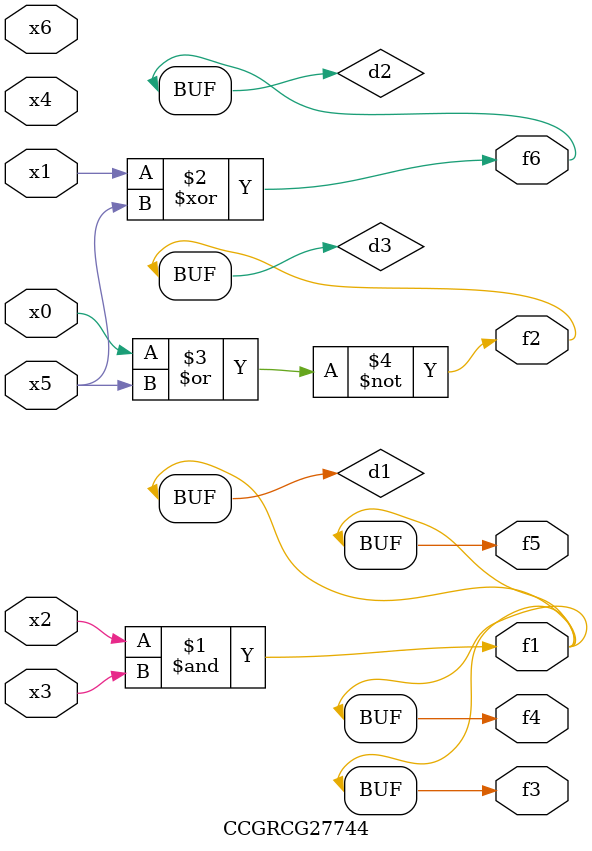
<source format=v>
module CCGRCG27744(
	input x0, x1, x2, x3, x4, x5, x6,
	output f1, f2, f3, f4, f5, f6
);

	wire d1, d2, d3;

	and (d1, x2, x3);
	xor (d2, x1, x5);
	nor (d3, x0, x5);
	assign f1 = d1;
	assign f2 = d3;
	assign f3 = d1;
	assign f4 = d1;
	assign f5 = d1;
	assign f6 = d2;
endmodule

</source>
